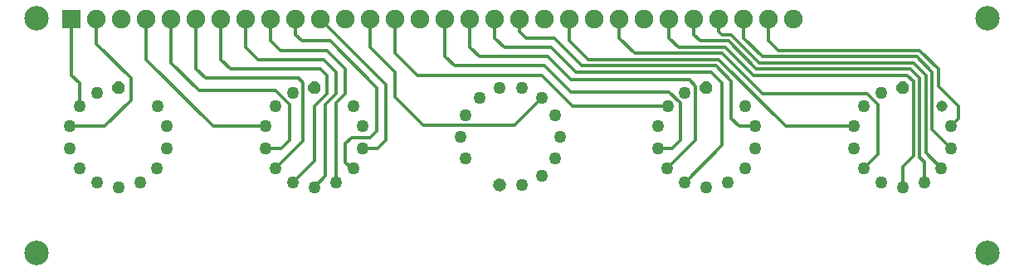
<source format=gbl>
G04*
G04 #@! TF.GenerationSoftware,Altium Limited,Altium Designer,20.0.2 (26)*
G04*
G04 Layer_Physical_Order=2*
G04 Layer_Color=16711680*
%FSLAX25Y25*%
%MOIN*%
G70*
G01*
G75*
%ADD14C,0.01200*%
%ADD26C,0.07500*%
%ADD27R,0.07500X0.07500*%
%ADD28C,0.09843*%
%ADD29C,0.04500*%
%ADD30P,0.05412X8X22.5*%
%ADD31C,0.05000*%
%ADD32P,0.05412X8X191.3*%
D14*
X140000Y88750D02*
X150000Y78750D01*
Y68750D02*
Y78750D01*
Y68750D02*
X161250Y57500D01*
X140000Y88750D02*
Y100000D01*
X300011Y99999D02*
X300011Y91239D01*
X303750Y87500D01*
X290011Y92489D02*
Y99999D01*
Y92489D02*
X297500Y85000D01*
X280011Y94989D02*
Y99999D01*
Y94989D02*
X281250Y93750D01*
X285000D01*
X296250Y82500D01*
X295000Y80000D02*
X356875D01*
X283750Y91250D02*
X295000Y80000D01*
X272500Y91250D02*
X283750D01*
X293750Y77500D02*
X355625D01*
X282500Y88750D02*
X293750Y77500D01*
X263750Y88750D02*
X282500Y88750D01*
X297500Y70000D02*
X339375D01*
X281250Y86250D02*
X297500Y70000D01*
X246250Y86250D02*
X281250D01*
X270011Y93739D02*
Y99999D01*
Y93739D02*
X272500Y91250D01*
X260011Y92489D02*
X263750Y88750D01*
X260011Y99999D02*
X260011Y92489D01*
X240011Y92489D02*
X246250Y86250D01*
X240011Y92489D02*
Y99999D01*
X220011D02*
X220011Y91239D01*
X227500Y83750D01*
X200011Y94989D02*
Y99999D01*
Y94989D02*
X202500Y92500D01*
X213750Y92500D01*
X225000Y81250D01*
X190011Y92489D02*
Y99999D01*
Y92489D02*
X193750Y88750D01*
X212500D01*
X222500Y78750D02*
X276875D01*
X212500Y88750D02*
X222500Y78750D01*
X220625Y75625D02*
X268125D01*
X211250Y85000D02*
X220625Y75625D01*
X183750Y85000D02*
X211250D01*
X220625Y70625D02*
X260000D01*
X210000Y81250D02*
X220625Y70625D01*
X173750Y81250D02*
X210000D01*
X221272Y64978D02*
X259366D01*
X208750Y77500D02*
X221272Y64978D01*
X158750Y77500D02*
X208750D01*
X180011Y88739D02*
Y99999D01*
Y88739D02*
X183750Y85000D01*
X170011Y84989D02*
Y99999D01*
Y84989D02*
X173750Y81250D01*
X150000Y86250D02*
X158750Y77500D01*
X197809Y57500D02*
X208741Y68432D01*
X161250Y57500D02*
X197809D01*
X150000Y100000D02*
Y101250D01*
Y100000D02*
X150000Y86250D01*
X122500Y70175D02*
Y77500D01*
X120000Y80000D02*
X122500Y77500D01*
X83750Y80000D02*
X120000D01*
X126250Y70000D02*
Y78750D01*
X121250Y83750D02*
X126250Y78750D01*
X95000Y83750D02*
X121250D01*
X130000Y70112D02*
Y80000D01*
X122500Y87500D02*
X130000Y80000D01*
X103750Y87500D02*
X122500D01*
X142500Y55000D02*
Y72500D01*
X123750Y91250D02*
X142500Y72500D01*
X112500Y91250D02*
X123750D01*
X120000Y100000D02*
X146250Y73750D01*
X110000Y93750D02*
X112500Y91250D01*
X110000Y93750D02*
Y96250D01*
X100000Y91250D02*
X103750Y87500D01*
X90000Y88750D02*
X95000Y83750D01*
X80000D02*
X83750Y80000D01*
X111250Y76250D02*
X112969Y74531D01*
X73750Y76250D02*
X111250D01*
X70000Y80000D02*
X73750Y76250D01*
X80000Y83750D02*
Y100000D01*
X71250Y71250D02*
X101875D01*
X60000Y82500D02*
X71250Y71250D01*
X60000Y82500D02*
Y100000D01*
X101875Y71250D02*
X107500Y65625D01*
Y51250D02*
Y65625D01*
X104319Y48069D02*
X107500Y51250D01*
X76785Y56965D02*
X98001D01*
X50000Y83750D02*
X76785Y56965D01*
X50000Y83750D02*
Y100000D01*
X100000Y91250D02*
Y100000D01*
X90000Y88750D02*
Y100000D01*
X70000Y80000D02*
Y100000D01*
X30000Y90000D02*
Y100000D01*
X20000Y77500D02*
Y100000D01*
X23116Y64978D02*
Y74384D01*
X20000Y77500D02*
X23116Y74384D01*
X368125Y73125D02*
Y80000D01*
X360625Y87500D02*
X368125Y80000D01*
X303750Y87500D02*
X360625D01*
X365625Y55610D02*
Y78750D01*
X359375Y85000D02*
X365625Y78750D01*
X297500Y85000D02*
X359375Y85000D01*
X363125Y46225D02*
Y77500D01*
X358125Y82500D02*
X363125Y77500D01*
X296250Y82500D02*
X358125Y82500D01*
X360625Y44375D02*
Y76250D01*
X356875Y80000D02*
X360625Y76250D01*
X355625Y77500D02*
X358125Y75000D01*
X376250Y59890D02*
Y65000D01*
X368125Y73125D02*
X376250Y65000D01*
X373257Y56897D02*
X376250Y59890D01*
X358125Y45000D02*
Y75000D01*
X360625Y44375D02*
X362388Y42612D01*
X363125Y46225D02*
X369355Y39995D01*
X365625Y55610D02*
X373234Y48001D01*
X280000Y83750D02*
X306785Y56965D01*
X227500Y83750D02*
X280000D01*
X278750Y81250D02*
X285000Y75000D01*
X225000Y81250D02*
X278750D01*
X276875Y78750D02*
X281250Y74375D01*
X306785Y56965D02*
X334251D01*
X285000Y60000D02*
Y75000D01*
X339375Y70000D02*
X343750Y65625D01*
Y45706D02*
Y65625D01*
X338094Y40050D02*
X343750Y45706D01*
X281250Y49375D02*
Y74375D01*
X266369Y34494D02*
X281250Y49375D01*
X285000Y60000D02*
X288103Y56897D01*
X294507D01*
X270625Y51331D02*
Y73125D01*
X259344Y40050D02*
X270625Y51331D01*
X268125Y75625D02*
X270625Y73125D01*
X260000Y70625D02*
X264375Y66250D01*
Y51250D02*
Y66250D01*
X261194Y48069D02*
X264375Y51250D01*
X255493Y48069D02*
X261194D01*
X146250Y51250D02*
Y73750D01*
X143001Y48001D02*
X146250Y51250D01*
X136984Y48001D02*
X143001D01*
X140000Y52500D02*
X142500Y55000D01*
X132500Y52500D02*
X140000D01*
X126138Y66250D02*
X130000Y70112D01*
X121875Y65625D02*
X126250Y70000D01*
X117500Y65175D02*
X122500Y70175D01*
X112969Y51174D02*
Y74531D01*
X43750Y67500D02*
Y76250D01*
X30000Y90000D02*
X43750Y76250D01*
X33215Y56965D02*
X43750Y67500D01*
X19251Y56965D02*
X33215D01*
X117500Y43202D02*
Y65175D01*
X108792Y34494D02*
X117500Y43202D01*
X121875Y36879D02*
Y65625D01*
X117496Y32500D02*
X121875Y36879D01*
X126138Y34463D02*
Y66250D01*
X130000Y50000D02*
X132500Y52500D01*
X130000Y42500D02*
Y50000D01*
X266292Y34494D02*
X266369D01*
X353746Y40621D02*
X358125Y45000D01*
X353746Y32500D02*
Y40621D01*
X337522Y64978D02*
X338116D01*
X362388Y34463D02*
Y42612D01*
X208741Y68432D02*
X208750Y68441D01*
X101844Y40050D02*
X112969Y51174D01*
X130000Y42500D02*
X132505Y39995D01*
X133105D01*
X18439Y56965D02*
X19251D01*
X97993Y48069D02*
X104319D01*
D26*
X180011Y99999D02*
D03*
X310011D02*
D03*
X300011D02*
D03*
X290011D02*
D03*
X280011D02*
D03*
X270011D02*
D03*
X250011D02*
D03*
X260011D02*
D03*
X170011Y99999D02*
D03*
X190011Y99999D02*
D03*
X200011D02*
D03*
X210011D02*
D03*
X220011D02*
D03*
X230011D02*
D03*
X240011D02*
D03*
X160000Y100000D02*
D03*
X150000D02*
D03*
X140000D02*
D03*
X130000D02*
D03*
X120000D02*
D03*
X100000D02*
D03*
X110000D02*
D03*
X30000D02*
D03*
X40000D02*
D03*
X50000D02*
D03*
X60000D02*
D03*
X70000D02*
D03*
X80000D02*
D03*
X90000D02*
D03*
D27*
X20000D02*
D03*
D28*
X387795Y100394D02*
D03*
X5906D02*
D03*
X5906Y5906D02*
D03*
X387795D02*
D03*
D29*
X369420Y64923D02*
D03*
D30*
X353746Y72500D02*
D03*
X274996D02*
D03*
X117496D02*
D03*
X38746D02*
D03*
D31*
X345073Y70521D02*
D03*
X338116Y64978D02*
D03*
X334251Y56965D02*
D03*
X334243Y48069D02*
D03*
X338094Y40050D02*
D03*
X345042Y34494D02*
D03*
X353746Y32500D02*
D03*
X362388Y34463D02*
D03*
X369355Y39995D02*
D03*
X373234Y48001D02*
D03*
X373257Y56897D02*
D03*
X290670Y64923D02*
D03*
X266323Y70521D02*
D03*
X259366Y64978D02*
D03*
X255501Y56965D02*
D03*
X255493Y48069D02*
D03*
X259344Y40050D02*
D03*
X266292Y34494D02*
D03*
X274996Y32500D02*
D03*
X283638Y34463D02*
D03*
X290605Y39995D02*
D03*
X294484Y48001D02*
D03*
X294507Y56897D02*
D03*
X133170Y64923D02*
D03*
X108823Y70521D02*
D03*
X101866Y64978D02*
D03*
X98001Y56965D02*
D03*
X97993Y48069D02*
D03*
X101844Y40050D02*
D03*
X108792Y34494D02*
D03*
X117496Y32500D02*
D03*
X126138Y34463D02*
D03*
X133105Y39995D02*
D03*
X136984Y48001D02*
D03*
X137007Y56897D02*
D03*
X54420Y64923D02*
D03*
X30073Y70521D02*
D03*
X23116Y64978D02*
D03*
X19251Y56965D02*
D03*
X19243Y48069D02*
D03*
X23094Y40050D02*
D03*
X30042Y34494D02*
D03*
X38746Y32500D02*
D03*
X47388Y34463D02*
D03*
X54355Y39995D02*
D03*
X58234Y48001D02*
D03*
X58257Y56897D02*
D03*
X176250Y52812D02*
D03*
X178251Y61533D02*
D03*
X183813Y68476D02*
D03*
X191750Y72312D02*
D03*
X200732Y72304D02*
D03*
X208741Y68432D02*
D03*
X214279Y61470D02*
D03*
X214264Y44124D02*
D03*
X208714Y37171D02*
D03*
X200698Y33313D02*
D03*
X178206Y44186D02*
D03*
X216250Y52812D02*
D03*
D32*
X191734Y33329D02*
D03*
M02*

</source>
